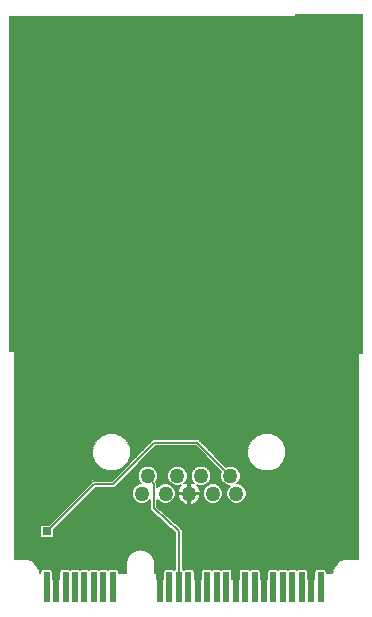
<source format=gbl>
G75*
%MOIN*%
%OFA0B0*%
%FSLAX24Y24*%
%IPPOS*%
%LPD*%
%AMOC8*
5,1,8,0,0,1.08239X$1,22.5*
%
%ADD10R,0.0236X0.1004*%
%ADD11R,0.2283X1.1220*%
%ADD12R,0.2283X1.1339*%
%ADD13C,0.0500*%
%ADD14C,0.0060*%
%ADD15C,0.0376*%
%ADD16R,0.0270X0.0270*%
D10*
X001430Y003333D03*
X001745Y003333D03*
X002060Y003333D03*
X002375Y003333D03*
X002690Y003333D03*
X003005Y003333D03*
X003320Y003333D03*
X003635Y003333D03*
X005210Y003333D03*
X005524Y003333D03*
X005839Y003333D03*
X006154Y003333D03*
X006469Y003333D03*
X006784Y003333D03*
X007099Y003333D03*
X007414Y003333D03*
X007729Y003333D03*
X008044Y003333D03*
X008359Y003333D03*
X008674Y003333D03*
X008989Y003333D03*
X009304Y003333D03*
X009619Y003333D03*
X009934Y003333D03*
X010249Y003333D03*
X010564Y003333D03*
D11*
X001312Y016768D03*
D12*
X010839Y016768D03*
D13*
X007558Y007046D03*
X007755Y006455D03*
X006967Y006455D03*
X006574Y007046D03*
X006180Y006455D03*
X005786Y007046D03*
X005393Y006455D03*
X004802Y007046D03*
X004605Y006455D03*
D14*
X004435Y006753D02*
X003797Y006753D01*
X003855Y006811D02*
X004556Y006811D01*
X004572Y006795D02*
X004538Y006795D01*
X004413Y006744D01*
X004317Y006648D01*
X004265Y006523D01*
X004265Y006388D01*
X004317Y006263D01*
X004413Y006167D01*
X004538Y006115D01*
X004673Y006115D01*
X004798Y006167D01*
X004883Y006252D01*
X004883Y006010D01*
X004881Y006007D01*
X004883Y005960D01*
X004883Y005914D01*
X004885Y005911D01*
X004885Y005908D01*
X004920Y005876D01*
X004953Y005843D01*
X004957Y005843D01*
X005719Y005152D01*
X005719Y003925D01*
X005684Y003925D01*
X005682Y003923D01*
X005680Y003925D01*
X005369Y003925D01*
X005316Y003873D01*
X005316Y003621D01*
X005121Y003621D01*
X005121Y003789D01*
X005104Y003806D01*
X005035Y003806D01*
X005035Y004219D01*
X004941Y004415D01*
X004771Y004550D01*
X004560Y004598D01*
X004348Y004550D01*
X004179Y004415D01*
X004179Y004415D01*
X004179Y004415D01*
X004085Y004219D01*
X004085Y003806D01*
X003843Y003806D01*
X003843Y003873D01*
X003790Y003925D01*
X003479Y003925D01*
X003477Y003923D01*
X003475Y003925D01*
X003164Y003925D01*
X003162Y003923D01*
X003160Y003925D01*
X002849Y003925D01*
X002847Y003923D01*
X002845Y003925D01*
X002534Y003925D01*
X002532Y003923D01*
X002530Y003925D01*
X002219Y003925D01*
X002217Y003923D01*
X002215Y003925D01*
X001905Y003925D01*
X001852Y003873D01*
X001852Y003621D01*
X001638Y003621D01*
X001638Y003873D01*
X001585Y003925D01*
X001275Y003925D01*
X001222Y003873D01*
X001222Y003806D01*
X001197Y003806D01*
X001197Y003875D01*
X001121Y004057D01*
X000982Y004196D01*
X000800Y004271D01*
X000360Y004271D01*
X000360Y022338D01*
X001135Y022338D01*
X000920Y022249D01*
X000725Y022055D01*
X000620Y021800D01*
X000620Y021525D01*
X000725Y021271D01*
X000920Y021076D01*
X001174Y020971D01*
X001449Y020971D01*
X001704Y021076D01*
X001898Y021271D01*
X002004Y021525D01*
X002004Y021800D01*
X001898Y022055D01*
X001704Y022249D01*
X001489Y022338D01*
X010554Y022338D01*
X010546Y022335D01*
X010351Y022141D01*
X010246Y021886D01*
X010246Y021611D01*
X010351Y021357D01*
X010546Y021162D01*
X010800Y021057D01*
X011075Y021057D01*
X011330Y021162D01*
X011524Y021357D01*
X011630Y021611D01*
X011630Y021886D01*
X011524Y022141D01*
X011330Y022335D01*
X011322Y022338D01*
X011811Y022338D01*
X011811Y013467D01*
X011801Y013457D01*
X011801Y004271D01*
X011375Y004271D01*
X011351Y004271D01*
X011169Y004196D01*
X011030Y004057D01*
X011030Y004057D01*
X010955Y003875D01*
X010955Y003806D01*
X010772Y003806D01*
X010772Y003873D01*
X010719Y003925D01*
X010408Y003925D01*
X010356Y003873D01*
X010356Y003621D01*
X010142Y003621D01*
X010142Y003873D01*
X010089Y003925D01*
X009779Y003925D01*
X009776Y003923D01*
X009774Y003925D01*
X009464Y003925D01*
X009461Y003923D01*
X009459Y003925D01*
X009149Y003925D01*
X009147Y003923D01*
X009144Y003925D01*
X008834Y003925D01*
X008781Y003873D01*
X008781Y003621D01*
X008567Y003621D01*
X008567Y003873D01*
X008515Y003925D01*
X008204Y003925D01*
X008202Y003923D01*
X008200Y003925D01*
X007889Y003925D01*
X007836Y003873D01*
X007836Y003621D01*
X007622Y003621D01*
X007622Y003873D01*
X007570Y003925D01*
X007259Y003925D01*
X007257Y003923D01*
X007255Y003925D01*
X006944Y003925D01*
X006942Y003923D01*
X006940Y003925D01*
X006629Y003925D01*
X006576Y003873D01*
X006576Y003621D01*
X006363Y003621D01*
X006363Y003873D01*
X006310Y003925D01*
X005999Y003925D01*
X005997Y003923D01*
X005995Y003925D01*
X005959Y003925D01*
X005959Y005159D01*
X005962Y005162D01*
X005959Y005208D01*
X005959Y005255D01*
X005957Y005258D01*
X005957Y005261D01*
X005922Y005292D01*
X005889Y005325D01*
X005886Y005325D01*
X005123Y006016D01*
X005123Y006244D01*
X005200Y006167D01*
X005325Y006115D01*
X005460Y006115D01*
X005585Y006167D01*
X005681Y006263D01*
X005733Y006388D01*
X005733Y006523D01*
X005681Y006648D01*
X005585Y006744D01*
X005460Y006795D01*
X005325Y006795D01*
X005200Y006744D01*
X005123Y006666D01*
X005123Y006757D01*
X005129Y006796D01*
X005123Y006805D01*
X005123Y006816D01*
X005095Y006844D01*
X005089Y006852D01*
X005090Y006853D01*
X005142Y006978D01*
X005142Y007114D01*
X005090Y007239D01*
X004995Y007334D01*
X004870Y007386D01*
X004734Y007386D01*
X004609Y007334D01*
X004514Y007239D01*
X004462Y007114D01*
X004462Y006978D01*
X004514Y006853D01*
X004572Y006795D01*
X004507Y006870D02*
X003914Y006870D01*
X003972Y006928D02*
X004483Y006928D01*
X004462Y006987D02*
X004031Y006987D01*
X004089Y007045D02*
X004462Y007045D01*
X004462Y007104D02*
X004148Y007104D01*
X004206Y007162D02*
X004482Y007162D01*
X004506Y007221D02*
X004265Y007221D01*
X004323Y007279D02*
X004555Y007279D01*
X004618Y007338D02*
X004382Y007338D01*
X004440Y007396D02*
X007038Y007396D01*
X007096Y007338D02*
X006757Y007338D01*
X006766Y007334D02*
X006641Y007386D01*
X006506Y007386D01*
X006381Y007334D01*
X006285Y007239D01*
X006234Y007114D01*
X006234Y006978D01*
X006285Y006853D01*
X006337Y006802D01*
X006291Y006821D01*
X006217Y006835D01*
X006210Y006835D01*
X006210Y006485D01*
X006560Y006485D01*
X006560Y006493D01*
X006545Y006566D01*
X006517Y006635D01*
X006475Y006698D01*
X006439Y006734D01*
X006506Y006706D01*
X006641Y006706D01*
X006766Y006758D01*
X006862Y006853D01*
X006914Y006978D01*
X006914Y007114D01*
X006862Y007239D01*
X006766Y007334D01*
X006821Y007279D02*
X007155Y007279D01*
X007213Y007221D02*
X006869Y007221D01*
X006893Y007162D02*
X007238Y007162D01*
X007248Y007186D02*
X007218Y007114D01*
X007218Y006978D01*
X007270Y006853D01*
X007365Y006758D01*
X007490Y006706D01*
X007525Y006706D01*
X007467Y006648D01*
X007415Y006523D01*
X007415Y006388D01*
X007467Y006263D01*
X007562Y006167D01*
X007687Y006115D01*
X007822Y006115D01*
X007947Y006167D01*
X008043Y006263D01*
X008095Y006388D01*
X008095Y006523D01*
X008043Y006648D01*
X007947Y006744D01*
X007822Y006795D01*
X007788Y006795D01*
X007846Y006853D01*
X007898Y006978D01*
X007898Y007114D01*
X007846Y007239D01*
X007751Y007334D01*
X007626Y007386D01*
X007490Y007386D01*
X007418Y007356D01*
X006505Y008268D01*
X004973Y008268D01*
X004903Y008198D01*
X003595Y006890D01*
X002965Y006890D01*
X002895Y006820D01*
X001495Y005421D01*
X001268Y005421D01*
X001215Y005368D01*
X001215Y005023D01*
X001268Y004971D01*
X001612Y004971D01*
X001665Y005023D01*
X001665Y005251D01*
X003064Y006650D01*
X003694Y006650D01*
X005072Y008028D01*
X006406Y008028D01*
X007248Y007186D01*
X007218Y007104D02*
X006914Y007104D01*
X006914Y007045D02*
X007218Y007045D01*
X007218Y006987D02*
X006914Y006987D01*
X006893Y006928D02*
X007239Y006928D01*
X007263Y006870D02*
X006869Y006870D01*
X006820Y006811D02*
X007312Y006811D01*
X007377Y006753D02*
X007138Y006753D01*
X007160Y006744D02*
X007035Y006795D01*
X006900Y006795D01*
X006775Y006744D01*
X006679Y006648D01*
X006627Y006523D01*
X006627Y006388D01*
X006679Y006263D01*
X006775Y006167D01*
X006900Y006115D01*
X007035Y006115D01*
X007160Y006167D01*
X007256Y006263D01*
X007307Y006388D01*
X007307Y006523D01*
X007256Y006648D01*
X007160Y006744D01*
X007209Y006694D02*
X007513Y006694D01*
X007462Y006636D02*
X007261Y006636D01*
X007285Y006577D02*
X007437Y006577D01*
X007415Y006519D02*
X007307Y006519D01*
X007307Y006460D02*
X007415Y006460D01*
X007415Y006402D02*
X007307Y006402D01*
X007289Y006343D02*
X007433Y006343D01*
X007457Y006285D02*
X007265Y006285D01*
X007219Y006226D02*
X007503Y006226D01*
X007562Y006168D02*
X007161Y006168D01*
X006774Y006168D02*
X006430Y006168D01*
X006422Y006160D02*
X006475Y006213D01*
X006517Y006275D01*
X006545Y006345D01*
X006560Y006418D01*
X006560Y006425D01*
X006210Y006425D01*
X006210Y006075D01*
X006217Y006075D01*
X006291Y006090D01*
X006360Y006119D01*
X006422Y006160D01*
X006484Y006226D02*
X006716Y006226D01*
X006670Y006285D02*
X006521Y006285D01*
X006545Y006343D02*
X006646Y006343D01*
X006627Y006402D02*
X006557Y006402D01*
X006627Y006460D02*
X006210Y006460D01*
X006210Y006485D02*
X006210Y006425D01*
X006150Y006425D01*
X006150Y006075D01*
X006143Y006075D01*
X006069Y006090D01*
X006000Y006119D01*
X005938Y006160D01*
X005885Y006213D01*
X005843Y006275D01*
X005815Y006345D01*
X005800Y006418D01*
X005800Y006425D01*
X006150Y006425D01*
X006150Y006485D01*
X005800Y006485D01*
X005800Y006493D01*
X005815Y006566D01*
X005843Y006635D01*
X005885Y006698D01*
X005921Y006734D01*
X005854Y006706D01*
X005719Y006706D01*
X005594Y006758D01*
X005498Y006853D01*
X005446Y006978D01*
X005446Y007114D01*
X005498Y007239D01*
X005594Y007334D01*
X005719Y007386D01*
X005854Y007386D01*
X005979Y007334D01*
X006075Y007239D01*
X006126Y007114D01*
X006126Y006978D01*
X006075Y006853D01*
X006023Y006802D01*
X006069Y006821D01*
X006143Y006835D01*
X006150Y006835D01*
X006150Y006485D01*
X006210Y006485D01*
X006210Y006519D02*
X006150Y006519D01*
X006150Y006577D02*
X006210Y006577D01*
X006210Y006636D02*
X006150Y006636D01*
X006150Y006694D02*
X006210Y006694D01*
X006210Y006753D02*
X006150Y006753D01*
X006150Y006811D02*
X006210Y006811D01*
X006279Y006870D02*
X006081Y006870D01*
X006106Y006928D02*
X006254Y006928D01*
X006234Y006987D02*
X006126Y006987D01*
X006126Y007045D02*
X006234Y007045D01*
X006234Y007104D02*
X006126Y007104D01*
X006106Y007162D02*
X006254Y007162D01*
X006278Y007221D02*
X006082Y007221D01*
X006034Y007279D02*
X006326Y007279D01*
X006390Y007338D02*
X005970Y007338D01*
X006033Y006811D02*
X006046Y006811D01*
X005883Y006694D02*
X005634Y006694D01*
X005605Y006753D02*
X005563Y006753D01*
X005540Y006811D02*
X005123Y006811D01*
X005123Y006753D02*
X005222Y006753D01*
X005151Y006694D02*
X005123Y006694D01*
X005003Y006766D02*
X005003Y005963D01*
X005839Y005205D01*
X005839Y003333D01*
X005719Y003945D02*
X005035Y003945D01*
X005035Y004003D02*
X005719Y004003D01*
X005719Y004062D02*
X005035Y004062D01*
X005035Y004120D02*
X005719Y004120D01*
X005719Y004179D02*
X005035Y004179D01*
X005027Y004237D02*
X005719Y004237D01*
X005719Y004296D02*
X004998Y004296D01*
X004970Y004354D02*
X005719Y004354D01*
X005719Y004413D02*
X004942Y004413D01*
X004941Y004415D02*
X004941Y004415D01*
X004870Y004471D02*
X005719Y004471D01*
X005719Y004530D02*
X004797Y004530D01*
X004771Y004550D02*
X004771Y004550D01*
X004604Y004588D02*
X005719Y004588D01*
X005719Y004647D02*
X000360Y004647D01*
X000360Y004705D02*
X005719Y004705D01*
X005719Y004764D02*
X000360Y004764D01*
X000360Y004822D02*
X005719Y004822D01*
X005719Y004881D02*
X000360Y004881D01*
X000360Y004939D02*
X005719Y004939D01*
X005719Y004998D02*
X001639Y004998D01*
X001665Y005056D02*
X005719Y005056D01*
X005719Y005115D02*
X001665Y005115D01*
X001665Y005173D02*
X005696Y005173D01*
X005631Y005232D02*
X001665Y005232D01*
X001704Y005290D02*
X005567Y005290D01*
X005502Y005349D02*
X001763Y005349D01*
X001821Y005407D02*
X005438Y005407D01*
X005373Y005466D02*
X001880Y005466D01*
X001938Y005524D02*
X005309Y005524D01*
X005244Y005583D02*
X001997Y005583D01*
X002055Y005641D02*
X005179Y005641D01*
X005115Y005700D02*
X002114Y005700D01*
X002172Y005758D02*
X005050Y005758D01*
X004986Y005817D02*
X002231Y005817D01*
X002289Y005875D02*
X004921Y005875D01*
X004883Y005934D02*
X002348Y005934D01*
X002406Y005992D02*
X004881Y005992D01*
X004883Y006051D02*
X002465Y006051D01*
X002523Y006109D02*
X004883Y006109D01*
X004883Y006168D02*
X004798Y006168D01*
X004857Y006226D02*
X004883Y006226D01*
X005123Y006226D02*
X005141Y006226D01*
X005123Y006168D02*
X005199Y006168D01*
X005123Y006109D02*
X006022Y006109D01*
X005930Y006168D02*
X005586Y006168D01*
X005644Y006226D02*
X005876Y006226D01*
X005839Y006285D02*
X005690Y006285D01*
X005714Y006343D02*
X005815Y006343D01*
X005803Y006402D02*
X005733Y006402D01*
X005733Y006460D02*
X006150Y006460D01*
X006150Y006402D02*
X006210Y006402D01*
X006210Y006343D02*
X006150Y006343D01*
X006150Y006285D02*
X006210Y006285D01*
X006210Y006226D02*
X006150Y006226D01*
X006150Y006168D02*
X006210Y006168D01*
X006210Y006109D02*
X006150Y006109D01*
X006338Y006109D02*
X011801Y006109D01*
X011801Y006051D02*
X005123Y006051D01*
X005149Y005992D02*
X011801Y005992D01*
X011801Y005934D02*
X005214Y005934D01*
X005279Y005875D02*
X011801Y005875D01*
X011801Y005817D02*
X005343Y005817D01*
X005408Y005758D02*
X011801Y005758D01*
X011801Y005700D02*
X005472Y005700D01*
X005537Y005641D02*
X011801Y005641D01*
X011801Y005583D02*
X005602Y005583D01*
X005666Y005524D02*
X011801Y005524D01*
X011801Y005466D02*
X005731Y005466D01*
X005795Y005407D02*
X011801Y005407D01*
X011801Y005349D02*
X005860Y005349D01*
X005924Y005290D02*
X011801Y005290D01*
X011801Y005232D02*
X005959Y005232D01*
X005961Y005173D02*
X011801Y005173D01*
X011801Y005115D02*
X005959Y005115D01*
X005959Y005056D02*
X011801Y005056D01*
X011801Y004998D02*
X005959Y004998D01*
X005959Y004939D02*
X011801Y004939D01*
X011801Y004881D02*
X005959Y004881D01*
X005959Y004822D02*
X011801Y004822D01*
X011801Y004764D02*
X005959Y004764D01*
X005959Y004705D02*
X011801Y004705D01*
X011801Y004647D02*
X005959Y004647D01*
X005959Y004588D02*
X011801Y004588D01*
X011801Y004530D02*
X005959Y004530D01*
X005959Y004471D02*
X011801Y004471D01*
X011801Y004413D02*
X005959Y004413D01*
X005959Y004354D02*
X011801Y004354D01*
X011801Y004296D02*
X005959Y004296D01*
X005959Y004237D02*
X011269Y004237D01*
X011351Y004271D02*
X011351Y004271D01*
X011169Y004196D02*
X011169Y004196D01*
X011152Y004179D02*
X005959Y004179D01*
X005959Y004120D02*
X011094Y004120D01*
X011035Y004062D02*
X005959Y004062D01*
X005959Y004003D02*
X011008Y004003D01*
X010984Y003945D02*
X005959Y003945D01*
X006349Y003886D02*
X006590Y003886D01*
X006576Y003828D02*
X006363Y003828D01*
X006363Y003769D02*
X006576Y003769D01*
X006576Y003711D02*
X006363Y003711D01*
X006363Y003652D02*
X006576Y003652D01*
X007622Y003652D02*
X007836Y003652D01*
X007836Y003711D02*
X007622Y003711D01*
X007622Y003769D02*
X007836Y003769D01*
X007836Y003828D02*
X007622Y003828D01*
X007609Y003886D02*
X007850Y003886D01*
X008553Y003886D02*
X008795Y003886D01*
X008781Y003828D02*
X008567Y003828D01*
X008567Y003769D02*
X008781Y003769D01*
X008781Y003711D02*
X008567Y003711D01*
X008567Y003652D02*
X008781Y003652D01*
X010142Y003652D02*
X010356Y003652D01*
X010356Y003711D02*
X010142Y003711D01*
X010142Y003769D02*
X010356Y003769D01*
X010356Y003828D02*
X010142Y003828D01*
X010128Y003886D02*
X010370Y003886D01*
X010758Y003886D02*
X010960Y003886D01*
X010955Y003828D02*
X010772Y003828D01*
X011801Y006168D02*
X007948Y006168D01*
X008007Y006226D02*
X011801Y006226D01*
X011801Y006285D02*
X008052Y006285D01*
X008076Y006343D02*
X011801Y006343D01*
X011801Y006402D02*
X008095Y006402D01*
X008095Y006460D02*
X011801Y006460D01*
X011801Y006519D02*
X008095Y006519D01*
X008072Y006577D02*
X011801Y006577D01*
X011801Y006636D02*
X008048Y006636D01*
X007997Y006694D02*
X011801Y006694D01*
X011801Y006753D02*
X007925Y006753D01*
X007804Y006811D02*
X011801Y006811D01*
X011801Y006870D02*
X007853Y006870D01*
X007877Y006928D02*
X011801Y006928D01*
X011801Y006987D02*
X007898Y006987D01*
X007898Y007045D02*
X011801Y007045D01*
X011801Y007104D02*
X007898Y007104D01*
X007878Y007162D02*
X011801Y007162D01*
X011801Y007221D02*
X008967Y007221D01*
X008894Y007191D02*
X009131Y007289D01*
X009311Y007469D01*
X009409Y007706D01*
X009409Y007961D01*
X009311Y008197D01*
X009131Y008378D01*
X008894Y008476D01*
X008639Y008476D01*
X008403Y008378D01*
X008222Y008197D01*
X008124Y007961D01*
X008124Y007706D01*
X008222Y007469D01*
X008403Y007289D01*
X008639Y007191D01*
X008894Y007191D01*
X009108Y007279D02*
X011801Y007279D01*
X011801Y007338D02*
X009180Y007338D01*
X009238Y007396D02*
X011801Y007396D01*
X011801Y007455D02*
X009297Y007455D01*
X009330Y007513D02*
X011801Y007513D01*
X011801Y007572D02*
X009354Y007572D01*
X009378Y007630D02*
X011801Y007630D01*
X011801Y007689D02*
X009402Y007689D01*
X009409Y007747D02*
X011801Y007747D01*
X011801Y007806D02*
X009409Y007806D01*
X009409Y007864D02*
X011801Y007864D01*
X011801Y007923D02*
X009409Y007923D01*
X009401Y007981D02*
X011801Y007981D01*
X011801Y008040D02*
X009377Y008040D01*
X009352Y008098D02*
X011801Y008098D01*
X011801Y008157D02*
X009328Y008157D01*
X009293Y008215D02*
X011801Y008215D01*
X011801Y008274D02*
X009235Y008274D01*
X009176Y008332D02*
X011801Y008332D01*
X011801Y008391D02*
X009100Y008391D01*
X008959Y008449D02*
X011801Y008449D01*
X011801Y008508D02*
X000360Y008508D01*
X000360Y008566D02*
X011801Y008566D01*
X011801Y008625D02*
X000360Y008625D01*
X000360Y008683D02*
X011801Y008683D01*
X011801Y008742D02*
X000360Y008742D01*
X000360Y008800D02*
X011801Y008800D01*
X011801Y008859D02*
X000360Y008859D01*
X000360Y008917D02*
X011801Y008917D01*
X011801Y008976D02*
X000360Y008976D01*
X000360Y009034D02*
X011801Y009034D01*
X011801Y009093D02*
X000360Y009093D01*
X000360Y009151D02*
X011801Y009151D01*
X011801Y009210D02*
X000360Y009210D01*
X000360Y009268D02*
X011801Y009268D01*
X011801Y009327D02*
X000360Y009327D01*
X000360Y009385D02*
X011801Y009385D01*
X011801Y009444D02*
X000360Y009444D01*
X000360Y009502D02*
X011801Y009502D01*
X011801Y009561D02*
X000360Y009561D01*
X000360Y009619D02*
X011801Y009619D01*
X011801Y009678D02*
X000360Y009678D01*
X000360Y009736D02*
X011801Y009736D01*
X011801Y009795D02*
X000360Y009795D01*
X000360Y009853D02*
X011801Y009853D01*
X011801Y009912D02*
X000360Y009912D01*
X000360Y009970D02*
X011801Y009970D01*
X011801Y010029D02*
X000360Y010029D01*
X000360Y010087D02*
X011801Y010087D01*
X011801Y010146D02*
X000360Y010146D01*
X000360Y010204D02*
X011801Y010204D01*
X011801Y010263D02*
X000360Y010263D01*
X000360Y010321D02*
X011801Y010321D01*
X011801Y010380D02*
X000360Y010380D01*
X000360Y010438D02*
X011801Y010438D01*
X011801Y010497D02*
X000360Y010497D01*
X000360Y010555D02*
X011801Y010555D01*
X011801Y010614D02*
X000360Y010614D01*
X000360Y010672D02*
X011801Y010672D01*
X011801Y010731D02*
X000360Y010731D01*
X000360Y010789D02*
X011801Y010789D01*
X011801Y010848D02*
X000360Y010848D01*
X000360Y010906D02*
X011801Y010906D01*
X011801Y010965D02*
X000360Y010965D01*
X000360Y011023D02*
X011801Y011023D01*
X011801Y011082D02*
X000360Y011082D01*
X000360Y011140D02*
X011801Y011140D01*
X011801Y011199D02*
X000360Y011199D01*
X000360Y011257D02*
X011801Y011257D01*
X011801Y011316D02*
X000360Y011316D01*
X000360Y011374D02*
X011801Y011374D01*
X011801Y011433D02*
X000360Y011433D01*
X000360Y011491D02*
X011801Y011491D01*
X011801Y011550D02*
X010979Y011550D01*
X010977Y011549D02*
X011231Y011654D01*
X011426Y011849D01*
X011531Y012103D01*
X011531Y012378D01*
X011426Y012633D01*
X011231Y012827D01*
X010977Y012933D01*
X010702Y012933D01*
X010448Y012827D01*
X010253Y012633D01*
X010148Y012378D01*
X010148Y012103D01*
X010253Y011849D01*
X010448Y011654D01*
X010702Y011549D01*
X010977Y011549D01*
X011120Y011608D02*
X011801Y011608D01*
X011801Y011667D02*
X011244Y011667D01*
X011302Y011725D02*
X011801Y011725D01*
X011801Y011784D02*
X011361Y011784D01*
X011419Y011842D02*
X011801Y011842D01*
X011801Y011901D02*
X011447Y011901D01*
X011472Y011959D02*
X011801Y011959D01*
X011801Y012018D02*
X011496Y012018D01*
X011520Y012076D02*
X011801Y012076D01*
X011801Y012135D02*
X011531Y012135D01*
X011531Y012193D02*
X011801Y012193D01*
X011801Y012252D02*
X011531Y012252D01*
X011531Y012310D02*
X011801Y012310D01*
X011801Y012369D02*
X011531Y012369D01*
X011511Y012427D02*
X011801Y012427D01*
X011801Y012486D02*
X011487Y012486D01*
X011463Y012544D02*
X011801Y012544D01*
X011801Y012603D02*
X011438Y012603D01*
X011397Y012661D02*
X011801Y012661D01*
X011801Y012720D02*
X011339Y012720D01*
X011280Y012778D02*
X011801Y012778D01*
X011801Y012837D02*
X011208Y012837D01*
X011067Y012895D02*
X011801Y012895D01*
X011801Y012954D02*
X000360Y012954D01*
X000360Y013012D02*
X011801Y013012D01*
X011801Y013071D02*
X000360Y013071D01*
X000360Y013129D02*
X011801Y013129D01*
X011801Y013188D02*
X000360Y013188D01*
X000360Y013246D02*
X011801Y013246D01*
X011801Y013305D02*
X000360Y013305D01*
X000360Y013363D02*
X011801Y013363D01*
X011801Y013422D02*
X000360Y013422D01*
X000360Y013480D02*
X011811Y013480D01*
X011811Y013539D02*
X000360Y013539D01*
X000360Y013597D02*
X011811Y013597D01*
X011811Y013656D02*
X000360Y013656D01*
X000360Y013714D02*
X011811Y013714D01*
X011811Y013773D02*
X000360Y013773D01*
X000360Y013831D02*
X011811Y013831D01*
X011811Y013890D02*
X000360Y013890D01*
X000360Y013948D02*
X011811Y013948D01*
X011811Y014007D02*
X000360Y014007D01*
X000360Y014065D02*
X011811Y014065D01*
X011811Y014124D02*
X000360Y014124D01*
X000360Y014182D02*
X011811Y014182D01*
X011811Y014241D02*
X000360Y014241D01*
X000360Y014299D02*
X011811Y014299D01*
X011811Y014358D02*
X000360Y014358D01*
X000360Y014416D02*
X011811Y014416D01*
X011811Y014475D02*
X000360Y014475D01*
X000360Y014533D02*
X011811Y014533D01*
X011811Y014592D02*
X000360Y014592D01*
X000360Y014650D02*
X011811Y014650D01*
X011811Y014709D02*
X000360Y014709D01*
X000360Y014767D02*
X011811Y014767D01*
X011811Y014826D02*
X000360Y014826D01*
X000360Y014884D02*
X011811Y014884D01*
X011811Y014943D02*
X000360Y014943D01*
X000360Y015001D02*
X011811Y015001D01*
X011811Y015060D02*
X000360Y015060D01*
X000360Y015118D02*
X011811Y015118D01*
X011811Y015177D02*
X000360Y015177D01*
X000360Y015235D02*
X011811Y015235D01*
X011811Y015294D02*
X000360Y015294D01*
X000360Y015352D02*
X011811Y015352D01*
X011811Y015411D02*
X000360Y015411D01*
X000360Y015469D02*
X011811Y015469D01*
X011811Y015528D02*
X000360Y015528D01*
X000360Y015586D02*
X011811Y015586D01*
X011811Y015645D02*
X000360Y015645D01*
X000360Y015703D02*
X011811Y015703D01*
X011811Y015762D02*
X000360Y015762D01*
X000360Y015820D02*
X011811Y015820D01*
X011811Y015879D02*
X000360Y015879D01*
X000360Y015937D02*
X011811Y015937D01*
X011811Y015996D02*
X000360Y015996D01*
X000360Y016054D02*
X011811Y016054D01*
X011811Y016113D02*
X000360Y016113D01*
X000360Y016171D02*
X011811Y016171D01*
X011811Y016230D02*
X000360Y016230D01*
X000360Y016288D02*
X011811Y016288D01*
X011811Y016347D02*
X000360Y016347D01*
X000360Y016405D02*
X011811Y016405D01*
X011811Y016464D02*
X000360Y016464D01*
X000360Y016522D02*
X011811Y016522D01*
X011811Y016581D02*
X000360Y016581D01*
X000360Y016639D02*
X011811Y016639D01*
X011811Y016698D02*
X000360Y016698D01*
X000360Y016756D02*
X011811Y016756D01*
X011811Y016815D02*
X000360Y016815D01*
X000360Y016873D02*
X011811Y016873D01*
X011811Y016932D02*
X000360Y016932D01*
X000360Y016990D02*
X011811Y016990D01*
X011811Y017049D02*
X000360Y017049D01*
X000360Y017107D02*
X011811Y017107D01*
X011811Y017166D02*
X000360Y017166D01*
X000360Y017224D02*
X011811Y017224D01*
X011811Y017283D02*
X000360Y017283D01*
X000360Y017341D02*
X011811Y017341D01*
X011811Y017400D02*
X000360Y017400D01*
X000360Y017458D02*
X011811Y017458D01*
X011811Y017517D02*
X000360Y017517D01*
X000360Y017575D02*
X011811Y017575D01*
X011811Y017634D02*
X000360Y017634D01*
X000360Y017692D02*
X011811Y017692D01*
X011811Y017751D02*
X000360Y017751D01*
X000360Y017809D02*
X011811Y017809D01*
X011811Y017868D02*
X000360Y017868D01*
X000360Y017926D02*
X011811Y017926D01*
X011811Y017985D02*
X000360Y017985D01*
X000360Y018043D02*
X011811Y018043D01*
X011811Y018102D02*
X000360Y018102D01*
X000360Y018160D02*
X011811Y018160D01*
X011811Y018219D02*
X000360Y018219D01*
X000360Y018277D02*
X011811Y018277D01*
X011811Y018336D02*
X000360Y018336D01*
X000360Y018394D02*
X011811Y018394D01*
X011811Y018453D02*
X000360Y018453D01*
X000360Y018511D02*
X011811Y018511D01*
X011811Y018570D02*
X000360Y018570D01*
X000360Y018628D02*
X011811Y018628D01*
X011811Y018687D02*
X000360Y018687D01*
X000360Y018745D02*
X011811Y018745D01*
X011811Y018804D02*
X000360Y018804D01*
X000360Y018862D02*
X011811Y018862D01*
X011811Y018921D02*
X000360Y018921D01*
X000360Y018979D02*
X011811Y018979D01*
X011811Y019038D02*
X000360Y019038D01*
X000360Y019096D02*
X011811Y019096D01*
X011811Y019155D02*
X000360Y019155D01*
X000360Y019213D02*
X011811Y019213D01*
X011811Y019272D02*
X000360Y019272D01*
X000360Y019330D02*
X011811Y019330D01*
X011811Y019389D02*
X000360Y019389D01*
X000360Y019447D02*
X011811Y019447D01*
X011811Y019506D02*
X000360Y019506D01*
X000360Y019564D02*
X011811Y019564D01*
X011811Y019623D02*
X000360Y019623D01*
X000360Y019681D02*
X011811Y019681D01*
X011811Y019740D02*
X000360Y019740D01*
X000360Y019798D02*
X011811Y019798D01*
X011811Y019857D02*
X000360Y019857D01*
X000360Y019915D02*
X011811Y019915D01*
X011811Y019974D02*
X000360Y019974D01*
X000360Y020032D02*
X011811Y020032D01*
X011811Y020091D02*
X000360Y020091D01*
X000360Y020149D02*
X011811Y020149D01*
X011811Y020208D02*
X000360Y020208D01*
X000360Y020266D02*
X011811Y020266D01*
X011811Y020325D02*
X000360Y020325D01*
X000360Y020383D02*
X011811Y020383D01*
X011811Y020442D02*
X000360Y020442D01*
X000360Y020500D02*
X011811Y020500D01*
X011811Y020559D02*
X000360Y020559D01*
X000360Y020617D02*
X011811Y020617D01*
X011811Y020676D02*
X000360Y020676D01*
X000360Y020734D02*
X011811Y020734D01*
X011811Y020793D02*
X000360Y020793D01*
X000360Y020851D02*
X011811Y020851D01*
X011811Y020910D02*
X000360Y020910D01*
X000360Y020968D02*
X011811Y020968D01*
X011811Y021027D02*
X001584Y021027D01*
X001713Y021085D02*
X010731Y021085D01*
X010590Y021144D02*
X001771Y021144D01*
X001830Y021202D02*
X010506Y021202D01*
X010447Y021261D02*
X001888Y021261D01*
X001918Y021319D02*
X010389Y021319D01*
X010343Y021378D02*
X001943Y021378D01*
X001967Y021436D02*
X010318Y021436D01*
X010294Y021495D02*
X001991Y021495D01*
X002004Y021553D02*
X010270Y021553D01*
X010246Y021612D02*
X002004Y021612D01*
X002004Y021670D02*
X010246Y021670D01*
X010246Y021729D02*
X002004Y021729D01*
X002004Y021787D02*
X010246Y021787D01*
X010246Y021846D02*
X001985Y021846D01*
X001961Y021904D02*
X010254Y021904D01*
X010278Y021963D02*
X001936Y021963D01*
X001912Y022021D02*
X010302Y022021D01*
X010326Y022080D02*
X001873Y022080D01*
X001815Y022138D02*
X010350Y022138D01*
X010408Y022197D02*
X001756Y022197D01*
X001689Y022255D02*
X010466Y022255D01*
X010525Y022314D02*
X001548Y022314D01*
X001076Y022314D02*
X000360Y022314D01*
X000360Y022255D02*
X000935Y022255D01*
X000868Y022197D02*
X000360Y022197D01*
X000360Y022138D02*
X000809Y022138D01*
X000751Y022080D02*
X000360Y022080D01*
X000360Y022021D02*
X000712Y022021D01*
X000687Y021963D02*
X000360Y021963D01*
X000360Y021904D02*
X000663Y021904D01*
X000639Y021846D02*
X000360Y021846D01*
X000360Y021787D02*
X000620Y021787D01*
X000620Y021729D02*
X000360Y021729D01*
X000360Y021670D02*
X000620Y021670D01*
X000620Y021612D02*
X000360Y021612D01*
X000360Y021553D02*
X000620Y021553D01*
X000633Y021495D02*
X000360Y021495D01*
X000360Y021436D02*
X000657Y021436D01*
X000681Y021378D02*
X000360Y021378D01*
X000360Y021319D02*
X000705Y021319D01*
X000735Y021261D02*
X000360Y021261D01*
X000360Y021202D02*
X000794Y021202D01*
X000852Y021144D02*
X000360Y021144D01*
X000360Y021085D02*
X000911Y021085D01*
X001039Y021027D02*
X000360Y021027D01*
X001174Y012933D02*
X000920Y012827D01*
X000725Y012633D01*
X000620Y012378D01*
X000620Y012103D01*
X000725Y011849D01*
X000920Y011654D01*
X001174Y011549D01*
X001449Y011549D01*
X001704Y011654D01*
X001898Y011849D01*
X002004Y012103D01*
X002004Y012378D01*
X001898Y012633D01*
X001704Y012827D01*
X001449Y012933D01*
X001174Y012933D01*
X001084Y012895D02*
X000360Y012895D01*
X000360Y012837D02*
X000943Y012837D01*
X000871Y012778D02*
X000360Y012778D01*
X000360Y012720D02*
X000813Y012720D01*
X000754Y012661D02*
X000360Y012661D01*
X000360Y012603D02*
X000713Y012603D01*
X000689Y012544D02*
X000360Y012544D01*
X000360Y012486D02*
X000665Y012486D01*
X000640Y012427D02*
X000360Y012427D01*
X000360Y012369D02*
X000620Y012369D01*
X000620Y012310D02*
X000360Y012310D01*
X000360Y012252D02*
X000620Y012252D01*
X000620Y012193D02*
X000360Y012193D01*
X000360Y012135D02*
X000620Y012135D01*
X000631Y012076D02*
X000360Y012076D01*
X000360Y012018D02*
X000655Y012018D01*
X000680Y011959D02*
X000360Y011959D01*
X000360Y011901D02*
X000704Y011901D01*
X000732Y011842D02*
X000360Y011842D01*
X000360Y011784D02*
X000790Y011784D01*
X000849Y011725D02*
X000360Y011725D01*
X000360Y011667D02*
X000907Y011667D01*
X001031Y011608D02*
X000360Y011608D01*
X000360Y011550D02*
X001172Y011550D01*
X001452Y011550D02*
X010700Y011550D01*
X010559Y011608D02*
X001593Y011608D01*
X001716Y011667D02*
X010435Y011667D01*
X010377Y011725D02*
X001775Y011725D01*
X001833Y011784D02*
X010318Y011784D01*
X010260Y011842D02*
X001892Y011842D01*
X001920Y011901D02*
X010231Y011901D01*
X010207Y011959D02*
X001944Y011959D01*
X001968Y012018D02*
X010183Y012018D01*
X010159Y012076D02*
X001993Y012076D01*
X002004Y012135D02*
X010148Y012135D01*
X010148Y012193D02*
X002004Y012193D01*
X002004Y012252D02*
X010148Y012252D01*
X010148Y012310D02*
X002004Y012310D01*
X002004Y012369D02*
X010148Y012369D01*
X010168Y012427D02*
X001983Y012427D01*
X001959Y012486D02*
X010192Y012486D01*
X010216Y012544D02*
X001935Y012544D01*
X001911Y012603D02*
X010241Y012603D01*
X010282Y012661D02*
X001870Y012661D01*
X001811Y012720D02*
X010340Y012720D01*
X010399Y012778D02*
X001753Y012778D01*
X001681Y012837D02*
X010471Y012837D01*
X010612Y012895D02*
X001539Y012895D01*
X000360Y008449D02*
X003401Y008449D01*
X003466Y008476D02*
X003229Y008378D01*
X003049Y008197D01*
X002951Y007961D01*
X002951Y007706D01*
X003049Y007469D01*
X003229Y007289D01*
X003466Y007191D01*
X003721Y007191D01*
X003957Y007289D01*
X004138Y007469D01*
X004236Y007706D01*
X004236Y007961D01*
X004138Y008197D01*
X003957Y008378D01*
X003721Y008476D01*
X003466Y008476D01*
X003260Y008391D02*
X000360Y008391D01*
X000360Y008332D02*
X003184Y008332D01*
X003125Y008274D02*
X000360Y008274D01*
X000360Y008215D02*
X003067Y008215D01*
X003032Y008157D02*
X000360Y008157D01*
X000360Y008098D02*
X003008Y008098D01*
X002983Y008040D02*
X000360Y008040D01*
X000360Y007981D02*
X002959Y007981D01*
X002951Y007923D02*
X000360Y007923D01*
X000360Y007864D02*
X002951Y007864D01*
X002951Y007806D02*
X000360Y007806D01*
X000360Y007747D02*
X002951Y007747D01*
X002958Y007689D02*
X000360Y007689D01*
X000360Y007630D02*
X002982Y007630D01*
X003006Y007572D02*
X000360Y007572D01*
X000360Y007513D02*
X003030Y007513D01*
X003063Y007455D02*
X000360Y007455D01*
X000360Y007396D02*
X003122Y007396D01*
X003180Y007338D02*
X000360Y007338D01*
X000360Y007279D02*
X003252Y007279D01*
X003393Y007221D02*
X000360Y007221D01*
X000360Y007162D02*
X003867Y007162D01*
X003808Y007104D02*
X000360Y007104D01*
X000360Y007045D02*
X003750Y007045D01*
X003691Y006987D02*
X000360Y006987D01*
X000360Y006928D02*
X003633Y006928D01*
X003645Y006770D02*
X005023Y008148D01*
X006456Y008148D01*
X007558Y007046D01*
X007742Y007338D02*
X008353Y007338D01*
X008295Y007396D02*
X007377Y007396D01*
X007319Y007455D02*
X008236Y007455D01*
X008204Y007513D02*
X007260Y007513D01*
X007202Y007572D02*
X008179Y007572D01*
X008155Y007630D02*
X007143Y007630D01*
X007085Y007689D02*
X008131Y007689D01*
X008124Y007747D02*
X007026Y007747D01*
X006968Y007806D02*
X008124Y007806D01*
X008124Y007864D02*
X006909Y007864D01*
X006851Y007923D02*
X008124Y007923D01*
X008132Y007981D02*
X006792Y007981D01*
X006734Y008040D02*
X008157Y008040D01*
X008181Y008098D02*
X006675Y008098D01*
X006617Y008157D02*
X008205Y008157D01*
X008240Y008215D02*
X006558Y008215D01*
X006453Y007981D02*
X005025Y007981D01*
X004967Y007923D02*
X006511Y007923D01*
X006570Y007864D02*
X004908Y007864D01*
X004850Y007806D02*
X006628Y007806D01*
X006687Y007747D02*
X004791Y007747D01*
X004733Y007689D02*
X006745Y007689D01*
X006804Y007630D02*
X004674Y007630D01*
X004616Y007572D02*
X006862Y007572D01*
X006921Y007513D02*
X004557Y007513D01*
X004499Y007455D02*
X006979Y007455D01*
X006797Y006753D02*
X006755Y006753D01*
X006726Y006694D02*
X006477Y006694D01*
X006516Y006636D02*
X006674Y006636D01*
X006650Y006577D02*
X006541Y006577D01*
X006555Y006519D02*
X006627Y006519D01*
X006327Y006811D02*
X006314Y006811D01*
X005844Y006636D02*
X005686Y006636D01*
X005710Y006577D02*
X005819Y006577D01*
X005805Y006519D02*
X005733Y006519D01*
X005491Y006870D02*
X005097Y006870D01*
X005121Y006928D02*
X005467Y006928D01*
X005446Y006987D02*
X005142Y006987D01*
X005142Y007045D02*
X005446Y007045D01*
X005446Y007104D02*
X005142Y007104D01*
X005122Y007162D02*
X005467Y007162D01*
X005491Y007221D02*
X005098Y007221D01*
X005049Y007279D02*
X005539Y007279D01*
X005603Y007338D02*
X004986Y007338D01*
X004802Y007046D02*
X005003Y006766D01*
X004412Y006168D02*
X002582Y006168D01*
X002640Y006226D02*
X004353Y006226D01*
X004308Y006285D02*
X002699Y006285D01*
X002757Y006343D02*
X004284Y006343D01*
X004265Y006402D02*
X002816Y006402D01*
X002874Y006460D02*
X004265Y006460D01*
X004265Y006519D02*
X002933Y006519D01*
X002991Y006577D02*
X004288Y006577D01*
X004312Y006636D02*
X003050Y006636D01*
X003015Y006770D02*
X003645Y006770D01*
X003738Y006694D02*
X004363Y006694D01*
X003925Y007221D02*
X003794Y007221D01*
X003935Y007279D02*
X003984Y007279D01*
X004007Y007338D02*
X004042Y007338D01*
X004065Y007396D02*
X004101Y007396D01*
X004124Y007455D02*
X004159Y007455D01*
X004156Y007513D02*
X004218Y007513D01*
X004181Y007572D02*
X004276Y007572D01*
X004335Y007630D02*
X004205Y007630D01*
X004229Y007689D02*
X004393Y007689D01*
X004452Y007747D02*
X004236Y007747D01*
X004236Y007806D02*
X004510Y007806D01*
X004569Y007864D02*
X004236Y007864D01*
X004236Y007923D02*
X004627Y007923D01*
X004686Y007981D02*
X004228Y007981D01*
X004203Y008040D02*
X004744Y008040D01*
X004803Y008098D02*
X004179Y008098D01*
X004155Y008157D02*
X004861Y008157D01*
X004920Y008215D02*
X004120Y008215D01*
X004062Y008274D02*
X008298Y008274D01*
X008357Y008332D02*
X004003Y008332D01*
X003927Y008391D02*
X008433Y008391D01*
X008575Y008449D02*
X003785Y008449D01*
X002944Y006870D02*
X000360Y006870D01*
X000360Y006811D02*
X002886Y006811D01*
X002827Y006753D02*
X000360Y006753D01*
X000360Y006694D02*
X002769Y006694D01*
X002710Y006636D02*
X000360Y006636D01*
X000360Y006577D02*
X002652Y006577D01*
X002593Y006519D02*
X000360Y006519D01*
X000360Y006460D02*
X002535Y006460D01*
X002476Y006402D02*
X000360Y006402D01*
X000360Y006343D02*
X002418Y006343D01*
X002359Y006285D02*
X000360Y006285D01*
X000360Y006226D02*
X002301Y006226D01*
X002242Y006168D02*
X000360Y006168D01*
X000360Y006109D02*
X002184Y006109D01*
X002125Y006051D02*
X000360Y006051D01*
X000360Y005992D02*
X002067Y005992D01*
X002008Y005934D02*
X000360Y005934D01*
X000360Y005875D02*
X001950Y005875D01*
X001891Y005817D02*
X000360Y005817D01*
X000360Y005758D02*
X001833Y005758D01*
X001774Y005700D02*
X000360Y005700D01*
X000360Y005641D02*
X001716Y005641D01*
X001657Y005583D02*
X000360Y005583D01*
X000360Y005524D02*
X001599Y005524D01*
X001540Y005466D02*
X000360Y005466D01*
X000360Y005407D02*
X001254Y005407D01*
X001215Y005349D02*
X000360Y005349D01*
X000360Y005290D02*
X001215Y005290D01*
X001215Y005232D02*
X000360Y005232D01*
X000360Y005173D02*
X001215Y005173D01*
X001215Y005115D02*
X000360Y005115D01*
X000360Y005056D02*
X001215Y005056D01*
X001240Y004998D02*
X000360Y004998D01*
X000360Y004588D02*
X004516Y004588D01*
X004560Y004598D02*
X004560Y004598D01*
X004348Y004550D02*
X004348Y004550D01*
X004323Y004530D02*
X000360Y004530D01*
X000360Y004471D02*
X004250Y004471D01*
X004178Y004413D02*
X000360Y004413D01*
X000360Y004354D02*
X004150Y004354D01*
X004121Y004296D02*
X000360Y004296D01*
X000882Y004237D02*
X004093Y004237D01*
X004085Y004179D02*
X000999Y004179D01*
X000982Y004196D02*
X000982Y004196D01*
X001058Y004120D02*
X004085Y004120D01*
X004085Y004062D02*
X001116Y004062D01*
X001121Y004057D02*
X001121Y004057D01*
X001143Y004003D02*
X004085Y004003D01*
X004085Y003945D02*
X001168Y003945D01*
X001192Y003886D02*
X001236Y003886D01*
X001222Y003828D02*
X001197Y003828D01*
X001624Y003886D02*
X001866Y003886D01*
X001852Y003828D02*
X001638Y003828D01*
X001638Y003769D02*
X001852Y003769D01*
X001852Y003711D02*
X001638Y003711D01*
X001638Y003652D02*
X001852Y003652D01*
X001440Y005196D02*
X003015Y006770D01*
X003829Y003886D02*
X004085Y003886D01*
X004085Y003828D02*
X003843Y003828D01*
X005035Y003828D02*
X005316Y003828D01*
X005316Y003769D02*
X005121Y003769D01*
X005121Y003711D02*
X005316Y003711D01*
X005316Y003652D02*
X005121Y003652D01*
X005035Y003886D02*
X005330Y003886D01*
X007854Y007221D02*
X008566Y007221D01*
X008425Y007279D02*
X007805Y007279D01*
X011144Y021085D02*
X011811Y021085D01*
X011811Y021144D02*
X011286Y021144D01*
X011370Y021202D02*
X011811Y021202D01*
X011811Y021261D02*
X011428Y021261D01*
X011487Y021319D02*
X011811Y021319D01*
X011811Y021378D02*
X011533Y021378D01*
X011557Y021436D02*
X011811Y021436D01*
X011811Y021495D02*
X011582Y021495D01*
X011606Y021553D02*
X011811Y021553D01*
X011811Y021612D02*
X011630Y021612D01*
X011630Y021670D02*
X011811Y021670D01*
X011811Y021729D02*
X011630Y021729D01*
X011630Y021787D02*
X011811Y021787D01*
X011811Y021846D02*
X011630Y021846D01*
X011622Y021904D02*
X011811Y021904D01*
X011811Y021963D02*
X011598Y021963D01*
X011574Y022021D02*
X011811Y022021D01*
X011811Y022080D02*
X011549Y022080D01*
X011525Y022138D02*
X011811Y022138D01*
X011811Y022197D02*
X011468Y022197D01*
X011410Y022255D02*
X011811Y022255D01*
X011811Y022314D02*
X011351Y022314D01*
D15*
X004550Y008385D03*
X006145Y007597D03*
X006479Y005510D03*
X006952Y004251D03*
X007818Y008286D03*
X009314Y004408D03*
X002385Y004251D03*
D16*
X001440Y005196D03*
M02*

</source>
